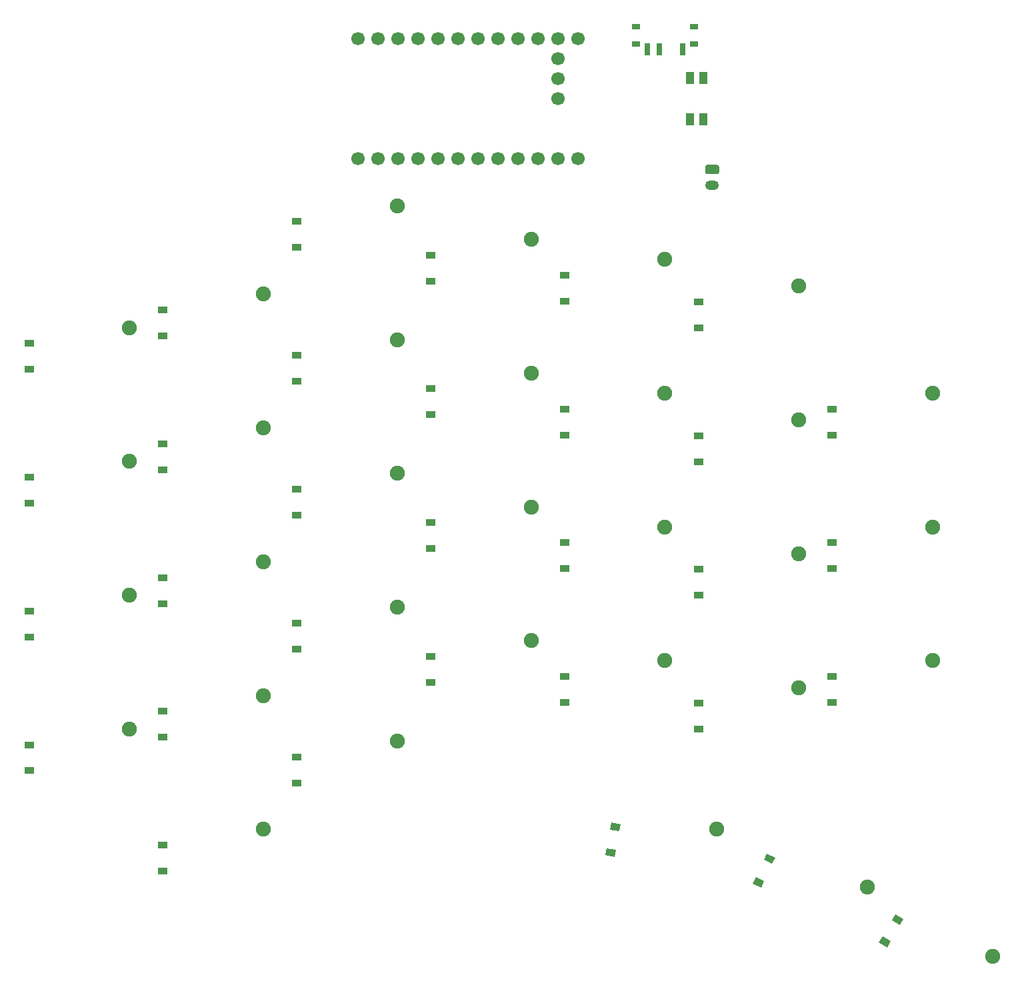
<source format=gtl>
G04 #@! TF.GenerationSoftware,KiCad,Pcbnew,9.0.7+1*
G04 #@! TF.CreationDate,2026-02-15T05:04:03+00:00*
G04 #@! TF.ProjectId,left_pcb,6c656674-5f70-4636-922e-6b696361645f,v0.2*
G04 #@! TF.SameCoordinates,Original*
G04 #@! TF.FileFunction,Copper,L1,Top*
G04 #@! TF.FilePolarity,Positive*
%FSLAX46Y46*%
G04 Gerber Fmt 4.6, Leading zero omitted, Abs format (unit mm)*
G04 Created by KiCad (PCBNEW 9.0.7+1) date 2026-02-15 05:04:03*
%MOMM*%
%LPD*%
G01*
G04 APERTURE LIST*
G04 #@! TA.AperFunction,ComponentPad*
%ADD10C,1.900000*%
G04 #@! TD*
G04 #@! TA.AperFunction,SMDPad,CuDef*
%ADD11R,1.200000X0.900000*%
G04 #@! TD*
G04 #@! TA.AperFunction,ComponentPad*
%ADD12C,1.700000*%
G04 #@! TD*
G04 #@! TA.AperFunction,ComponentPad*
%ADD13O,1.750000X1.200000*%
G04 #@! TD*
G04 #@! TA.AperFunction,SMDPad,CuDef*
%ADD14R,1.000000X1.550000*%
G04 #@! TD*
G04 #@! TA.AperFunction,SMDPad,CuDef*
%ADD15R,1.000000X0.800000*%
G04 #@! TD*
G04 #@! TA.AperFunction,SMDPad,CuDef*
%ADD16R,0.700000X1.500000*%
G04 #@! TD*
G04 APERTURE END LIST*
D10*
X40000000Y-127850000D03*
X40000000Y-110850000D03*
X40000000Y-93850000D03*
X40000000Y-76850000D03*
X57000000Y-140600000D03*
X57000000Y-123600000D03*
X57000000Y-106600000D03*
X57000000Y-89600000D03*
X57000000Y-72600000D03*
X74000000Y-129380000D03*
X74000000Y-112380000D03*
X74000000Y-95380000D03*
X74000000Y-78380000D03*
X74000000Y-61380000D03*
X91000000Y-116630000D03*
X91000000Y-99630000D03*
X91000000Y-82630000D03*
X91000000Y-65630000D03*
X108000000Y-119180000D03*
X108000000Y-102180000D03*
X108000000Y-85180000D03*
X108000000Y-68180000D03*
X125000000Y-122580000D03*
X125000000Y-105580000D03*
X125000000Y-88580000D03*
X125000000Y-71580000D03*
X142000000Y-119180000D03*
X142000000Y-102180000D03*
X142000000Y-85180000D03*
X114598327Y-140526481D03*
X133678751Y-147911120D03*
X149598432Y-156690139D03*
D11*
X27250000Y-133150000D03*
X27250000Y-129850000D03*
X27250000Y-116150000D03*
X27250000Y-112850000D03*
X27250000Y-99150000D03*
X27250000Y-95850000D03*
X27250000Y-82150000D03*
X27250000Y-78850000D03*
X44250000Y-145900000D03*
X44250000Y-142600000D03*
X44250000Y-128900000D03*
X44250000Y-125600000D03*
X44250000Y-111900000D03*
X44250000Y-108600000D03*
X44250000Y-94900000D03*
X44250000Y-91600000D03*
X44250000Y-77900000D03*
X44250000Y-74600000D03*
X61250000Y-134680000D03*
X61250000Y-131380000D03*
X61250000Y-117680000D03*
X61250000Y-114380000D03*
X61250000Y-100680000D03*
X61250000Y-97380000D03*
X61250000Y-83680000D03*
X61250000Y-80380000D03*
X61250000Y-66680000D03*
X61250000Y-63380000D03*
X78250000Y-121930000D03*
X78250000Y-118630000D03*
X78250000Y-104930000D03*
X78250000Y-101630000D03*
X78250000Y-87930000D03*
X78250000Y-84630000D03*
X78250000Y-70930000D03*
X78250000Y-67630000D03*
X95250000Y-124480000D03*
X95250000Y-121180000D03*
X95250000Y-107480000D03*
X95250000Y-104180000D03*
X95250000Y-90480000D03*
X95250000Y-87180000D03*
X95250000Y-73480000D03*
X95250000Y-70180000D03*
X112250000Y-127880000D03*
X112250000Y-124580000D03*
X112250000Y-110880000D03*
X112250000Y-107580000D03*
X112250000Y-93880000D03*
X112250000Y-90580000D03*
X112250000Y-76880000D03*
X112250000Y-73580000D03*
X129250000Y-124480000D03*
X129250000Y-121180000D03*
X129250000Y-107480000D03*
X129250000Y-104180000D03*
X129250000Y-90480000D03*
X129250000Y-87180000D03*
G04 #@! TA.AperFunction,SMDPad,CuDef*
G36*
X101634436Y-144079300D02*
G01*
X100452667Y-143870923D01*
X100608950Y-142984596D01*
X101790719Y-143192973D01*
X101634436Y-144079300D01*
G37*
G04 #@! TD.AperFunction*
G04 #@! TA.AperFunction,SMDPad,CuDef*
G36*
X102207474Y-140829434D02*
G01*
X101025705Y-140621057D01*
X101181988Y-139734730D01*
X102363757Y-139943107D01*
X102207474Y-140829434D01*
G37*
G04 #@! TD.AperFunction*
G04 #@! TA.AperFunction,SMDPad,CuDef*
G36*
X120237056Y-147987578D02*
G01*
X119149487Y-147480437D01*
X119529844Y-146664760D01*
X120617413Y-147171901D01*
X120237056Y-147987578D01*
G37*
G04 #@! TD.AperFunction*
G04 #@! TA.AperFunction,SMDPad,CuDef*
G36*
X121631696Y-144996762D02*
G01*
X120544127Y-144489621D01*
X120924484Y-143673944D01*
X122012053Y-144181085D01*
X121631696Y-144996762D01*
G37*
G04 #@! TD.AperFunction*
G04 #@! TA.AperFunction,SMDPad,CuDef*
G36*
X136201223Y-155594785D02*
G01*
X135161993Y-154994785D01*
X135611993Y-154215363D01*
X136651223Y-154815363D01*
X136201223Y-155594785D01*
G37*
G04 #@! TD.AperFunction*
G04 #@! TA.AperFunction,SMDPad,CuDef*
G36*
X137851223Y-152736901D02*
G01*
X136811993Y-152136901D01*
X137261993Y-151357479D01*
X138301223Y-151957479D01*
X137851223Y-152736901D01*
G37*
G04 #@! TD.AperFunction*
D12*
X69050000Y-55390000D03*
X69050000Y-40150000D03*
X71590000Y-55390000D03*
X71590000Y-40150000D03*
X74130000Y-55390000D03*
X74130000Y-40150000D03*
X76670000Y-55390000D03*
X76670000Y-40150000D03*
X79210000Y-55390000D03*
X79210000Y-40150000D03*
X81750000Y-55390000D03*
X81750000Y-40150000D03*
X84290000Y-55390000D03*
X84290000Y-40150000D03*
X86830000Y-55390000D03*
X86830000Y-40150000D03*
X89370000Y-55390000D03*
X89370000Y-40150000D03*
X91910000Y-55390000D03*
X91910000Y-40150000D03*
X94450000Y-55390000D03*
X94450000Y-40150000D03*
X96990000Y-55390000D03*
X96990000Y-40150000D03*
X94450000Y-42690000D03*
X94450000Y-45230000D03*
X94450000Y-47770000D03*
G04 #@! TA.AperFunction,ComponentPad*
G36*
G01*
X113365000Y-56170000D02*
X114635000Y-56170000D01*
G75*
G02*
X114875000Y-56410000I0J-240000D01*
G01*
X114875000Y-57130000D01*
G75*
G02*
X114635000Y-57370000I-240000J0D01*
G01*
X113365000Y-57370000D01*
G75*
G02*
X113125000Y-57130000I0J240000D01*
G01*
X113125000Y-56410000D01*
G75*
G02*
X113365000Y-56170000I240000J0D01*
G01*
G37*
G04 #@! TD.AperFunction*
D13*
X114000000Y-58770000D03*
D14*
X112850000Y-50395000D03*
X111150000Y-50395000D03*
X112850000Y-45145000D03*
X111150000Y-45145000D03*
D15*
X104350000Y-38645000D03*
X104350000Y-40855000D03*
X111650000Y-40855000D03*
X111650000Y-38645000D03*
D16*
X110250000Y-41505000D03*
X107250000Y-41505000D03*
X105750000Y-41505000D03*
M02*

</source>
